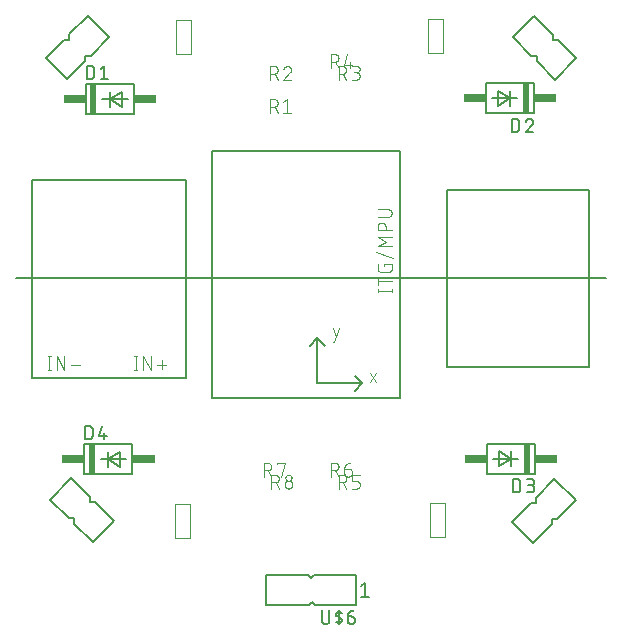
<source format=gto>
G04 EAGLE Gerber X2 export*
%TF.Part,Single*%
%TF.FileFunction,Legend,Top,1*%
%TF.FilePolarity,Positive*%
%TF.GenerationSoftware,Autodesk,EAGLE,9.0.1*%
%TF.CreationDate,2018-06-02T06:43:15Z*%
G75*
%MOMM*%
%FSLAX34Y34*%
%LPD*%
%AMOC8*
5,1,8,0,0,1.08239X$1,22.5*%
G01*
%ADD10C,0.152400*%
%ADD11C,0.127000*%
%ADD12R,0.508000X2.540000*%
%ADD13R,1.905000X0.762000*%
%ADD14C,0.101600*%


D10*
X500Y282000D02*
X500500Y282000D01*
X100520Y420900D02*
X59880Y420900D01*
X100520Y420900D02*
X100520Y446300D01*
X59880Y446300D01*
X59880Y420900D01*
X73850Y433600D02*
X80200Y433600D01*
X90360Y439950D02*
X90360Y427250D01*
X80200Y433600D01*
X95440Y433600D01*
X90360Y439950D02*
X80200Y433600D01*
X80200Y439950D01*
X80200Y433600D02*
X80200Y427250D01*
D11*
X60515Y450745D02*
X60515Y462175D01*
X63690Y462175D01*
X63801Y462173D01*
X63911Y462167D01*
X64022Y462158D01*
X64132Y462144D01*
X64241Y462127D01*
X64350Y462106D01*
X64458Y462081D01*
X64565Y462052D01*
X64671Y462020D01*
X64776Y461984D01*
X64879Y461944D01*
X64981Y461901D01*
X65082Y461854D01*
X65181Y461803D01*
X65278Y461750D01*
X65372Y461693D01*
X65465Y461632D01*
X65556Y461569D01*
X65645Y461502D01*
X65731Y461432D01*
X65814Y461359D01*
X65896Y461284D01*
X65974Y461206D01*
X66049Y461124D01*
X66122Y461041D01*
X66192Y460955D01*
X66259Y460866D01*
X66322Y460775D01*
X66383Y460682D01*
X66440Y460588D01*
X66493Y460491D01*
X66544Y460392D01*
X66591Y460291D01*
X66634Y460189D01*
X66674Y460086D01*
X66710Y459981D01*
X66742Y459875D01*
X66771Y459768D01*
X66796Y459660D01*
X66817Y459551D01*
X66834Y459442D01*
X66848Y459332D01*
X66857Y459221D01*
X66863Y459111D01*
X66865Y459000D01*
X66865Y453920D01*
X66863Y453809D01*
X66857Y453699D01*
X66848Y453588D01*
X66834Y453478D01*
X66817Y453369D01*
X66796Y453260D01*
X66771Y453152D01*
X66742Y453045D01*
X66710Y452939D01*
X66674Y452834D01*
X66634Y452731D01*
X66591Y452629D01*
X66544Y452528D01*
X66493Y452429D01*
X66440Y452332D01*
X66383Y452238D01*
X66322Y452145D01*
X66259Y452054D01*
X66192Y451965D01*
X66122Y451879D01*
X66049Y451796D01*
X65974Y451714D01*
X65896Y451636D01*
X65814Y451561D01*
X65731Y451488D01*
X65645Y451418D01*
X65556Y451351D01*
X65465Y451288D01*
X65372Y451227D01*
X65277Y451170D01*
X65181Y451117D01*
X65082Y451066D01*
X64981Y451019D01*
X64879Y450976D01*
X64776Y450936D01*
X64671Y450900D01*
X64565Y450868D01*
X64458Y450839D01*
X64350Y450814D01*
X64241Y450793D01*
X64132Y450776D01*
X64022Y450762D01*
X63911Y450753D01*
X63801Y450747D01*
X63690Y450745D01*
X60515Y450745D01*
X72326Y459635D02*
X75501Y462175D01*
X75501Y450745D01*
X72326Y450745D02*
X78676Y450745D01*
D12*
X66230Y433600D03*
D13*
X110045Y433600D03*
X50355Y433600D03*
D10*
X398480Y447100D02*
X439120Y447100D01*
X398480Y447100D02*
X398480Y421700D01*
X439120Y421700D01*
X439120Y447100D01*
X425150Y434400D02*
X418800Y434400D01*
X408640Y428050D02*
X408640Y440750D01*
X418800Y434400D01*
X403560Y434400D01*
X408640Y428050D02*
X418800Y434400D01*
X418800Y428050D01*
X418800Y434400D02*
X418800Y440750D01*
D11*
X420324Y417255D02*
X420324Y405825D01*
X420324Y417255D02*
X423499Y417255D01*
X423610Y417253D01*
X423720Y417247D01*
X423831Y417238D01*
X423941Y417224D01*
X424050Y417207D01*
X424159Y417186D01*
X424267Y417161D01*
X424374Y417132D01*
X424480Y417100D01*
X424585Y417064D01*
X424688Y417024D01*
X424790Y416981D01*
X424891Y416934D01*
X424990Y416883D01*
X425087Y416830D01*
X425181Y416773D01*
X425274Y416712D01*
X425365Y416649D01*
X425454Y416582D01*
X425540Y416512D01*
X425623Y416439D01*
X425705Y416364D01*
X425783Y416286D01*
X425858Y416204D01*
X425931Y416121D01*
X426001Y416035D01*
X426068Y415946D01*
X426131Y415855D01*
X426192Y415762D01*
X426249Y415668D01*
X426302Y415571D01*
X426353Y415472D01*
X426400Y415371D01*
X426443Y415269D01*
X426483Y415166D01*
X426519Y415061D01*
X426551Y414955D01*
X426580Y414848D01*
X426605Y414740D01*
X426626Y414631D01*
X426643Y414522D01*
X426657Y414412D01*
X426666Y414301D01*
X426672Y414191D01*
X426674Y414080D01*
X426674Y409000D01*
X426672Y408889D01*
X426666Y408779D01*
X426657Y408668D01*
X426643Y408558D01*
X426626Y408449D01*
X426605Y408340D01*
X426580Y408232D01*
X426551Y408125D01*
X426519Y408019D01*
X426483Y407914D01*
X426443Y407811D01*
X426400Y407709D01*
X426353Y407608D01*
X426302Y407509D01*
X426249Y407412D01*
X426192Y407318D01*
X426131Y407225D01*
X426068Y407134D01*
X426001Y407045D01*
X425931Y406959D01*
X425858Y406876D01*
X425783Y406794D01*
X425705Y406716D01*
X425623Y406641D01*
X425540Y406568D01*
X425454Y406498D01*
X425365Y406431D01*
X425274Y406368D01*
X425181Y406307D01*
X425087Y406250D01*
X424990Y406197D01*
X424891Y406146D01*
X424790Y406099D01*
X424688Y406056D01*
X424585Y406016D01*
X424480Y405980D01*
X424374Y405948D01*
X424267Y405919D01*
X424159Y405894D01*
X424050Y405873D01*
X423941Y405856D01*
X423831Y405842D01*
X423720Y405833D01*
X423610Y405827D01*
X423499Y405825D01*
X420324Y405825D01*
X435628Y417256D02*
X435732Y417254D01*
X435837Y417248D01*
X435941Y417239D01*
X436044Y417226D01*
X436147Y417208D01*
X436249Y417188D01*
X436351Y417163D01*
X436451Y417135D01*
X436551Y417103D01*
X436649Y417067D01*
X436746Y417028D01*
X436841Y416986D01*
X436935Y416940D01*
X437027Y416890D01*
X437117Y416838D01*
X437205Y416782D01*
X437291Y416722D01*
X437375Y416660D01*
X437456Y416595D01*
X437535Y416527D01*
X437612Y416455D01*
X437685Y416382D01*
X437757Y416305D01*
X437825Y416226D01*
X437890Y416145D01*
X437952Y416061D01*
X438012Y415975D01*
X438068Y415887D01*
X438120Y415797D01*
X438170Y415705D01*
X438216Y415611D01*
X438258Y415516D01*
X438297Y415419D01*
X438333Y415321D01*
X438365Y415221D01*
X438393Y415121D01*
X438418Y415019D01*
X438438Y414917D01*
X438456Y414814D01*
X438469Y414711D01*
X438478Y414607D01*
X438484Y414502D01*
X438486Y414398D01*
X435628Y417255D02*
X435510Y417253D01*
X435391Y417247D01*
X435273Y417238D01*
X435156Y417225D01*
X435039Y417207D01*
X434922Y417187D01*
X434806Y417162D01*
X434691Y417134D01*
X434578Y417101D01*
X434465Y417066D01*
X434353Y417026D01*
X434243Y416984D01*
X434134Y416937D01*
X434026Y416887D01*
X433921Y416834D01*
X433817Y416777D01*
X433715Y416717D01*
X433615Y416654D01*
X433517Y416587D01*
X433421Y416518D01*
X433328Y416445D01*
X433237Y416369D01*
X433148Y416291D01*
X433062Y416209D01*
X432979Y416125D01*
X432898Y416039D01*
X432821Y415949D01*
X432746Y415858D01*
X432674Y415764D01*
X432605Y415667D01*
X432540Y415569D01*
X432477Y415468D01*
X432418Y415365D01*
X432362Y415261D01*
X432310Y415155D01*
X432261Y415047D01*
X432216Y414938D01*
X432174Y414827D01*
X432136Y414715D01*
X437533Y412176D02*
X437609Y412251D01*
X437684Y412330D01*
X437755Y412411D01*
X437824Y412495D01*
X437889Y412581D01*
X437951Y412669D01*
X438011Y412759D01*
X438067Y412851D01*
X438120Y412946D01*
X438169Y413042D01*
X438215Y413140D01*
X438258Y413239D01*
X438297Y413340D01*
X438332Y413442D01*
X438364Y413545D01*
X438392Y413649D01*
X438417Y413754D01*
X438438Y413861D01*
X438455Y413967D01*
X438468Y414074D01*
X438477Y414182D01*
X438483Y414290D01*
X438485Y414398D01*
X437533Y412175D02*
X432135Y405825D01*
X438485Y405825D01*
D12*
X432770Y434400D03*
D13*
X388955Y434400D03*
X448645Y434400D03*
D10*
X440120Y142100D02*
X399480Y142100D01*
X399480Y116700D01*
X440120Y116700D01*
X440120Y142100D01*
X426150Y129400D02*
X419800Y129400D01*
X409640Y123050D02*
X409640Y135750D01*
X419800Y129400D01*
X404560Y129400D01*
X409640Y123050D02*
X419800Y129400D01*
X419800Y123050D01*
X419800Y129400D02*
X419800Y135750D01*
D11*
X421324Y112255D02*
X421324Y100825D01*
X421324Y112255D02*
X424499Y112255D01*
X424610Y112253D01*
X424720Y112247D01*
X424831Y112238D01*
X424941Y112224D01*
X425050Y112207D01*
X425159Y112186D01*
X425267Y112161D01*
X425374Y112132D01*
X425480Y112100D01*
X425585Y112064D01*
X425688Y112024D01*
X425790Y111981D01*
X425891Y111934D01*
X425990Y111883D01*
X426087Y111830D01*
X426181Y111773D01*
X426274Y111712D01*
X426365Y111649D01*
X426454Y111582D01*
X426540Y111512D01*
X426623Y111439D01*
X426705Y111364D01*
X426783Y111286D01*
X426858Y111204D01*
X426931Y111121D01*
X427001Y111035D01*
X427068Y110946D01*
X427131Y110855D01*
X427192Y110762D01*
X427249Y110668D01*
X427302Y110571D01*
X427353Y110472D01*
X427400Y110371D01*
X427443Y110269D01*
X427483Y110166D01*
X427519Y110061D01*
X427551Y109955D01*
X427580Y109848D01*
X427605Y109740D01*
X427626Y109631D01*
X427643Y109522D01*
X427657Y109412D01*
X427666Y109301D01*
X427672Y109191D01*
X427674Y109080D01*
X427674Y104000D01*
X427672Y103889D01*
X427666Y103779D01*
X427657Y103668D01*
X427643Y103558D01*
X427626Y103449D01*
X427605Y103340D01*
X427580Y103232D01*
X427551Y103125D01*
X427519Y103019D01*
X427483Y102914D01*
X427443Y102811D01*
X427400Y102709D01*
X427353Y102608D01*
X427302Y102509D01*
X427249Y102412D01*
X427192Y102318D01*
X427131Y102225D01*
X427068Y102134D01*
X427001Y102045D01*
X426931Y101959D01*
X426858Y101876D01*
X426783Y101794D01*
X426705Y101716D01*
X426623Y101641D01*
X426540Y101568D01*
X426454Y101498D01*
X426365Y101431D01*
X426274Y101368D01*
X426181Y101307D01*
X426087Y101250D01*
X425990Y101197D01*
X425891Y101146D01*
X425790Y101099D01*
X425688Y101056D01*
X425585Y101016D01*
X425480Y100980D01*
X425374Y100948D01*
X425267Y100919D01*
X425159Y100894D01*
X425050Y100873D01*
X424941Y100856D01*
X424831Y100842D01*
X424720Y100833D01*
X424610Y100827D01*
X424499Y100825D01*
X421324Y100825D01*
X433135Y100825D02*
X436310Y100825D01*
X436421Y100827D01*
X436531Y100833D01*
X436642Y100842D01*
X436752Y100856D01*
X436861Y100873D01*
X436970Y100894D01*
X437078Y100919D01*
X437185Y100948D01*
X437291Y100980D01*
X437396Y101016D01*
X437499Y101056D01*
X437601Y101099D01*
X437702Y101146D01*
X437801Y101197D01*
X437898Y101250D01*
X437992Y101307D01*
X438085Y101368D01*
X438176Y101431D01*
X438265Y101498D01*
X438351Y101568D01*
X438434Y101641D01*
X438516Y101716D01*
X438594Y101794D01*
X438669Y101876D01*
X438742Y101959D01*
X438812Y102045D01*
X438879Y102134D01*
X438942Y102225D01*
X439003Y102318D01*
X439060Y102412D01*
X439113Y102509D01*
X439164Y102608D01*
X439211Y102709D01*
X439254Y102811D01*
X439294Y102914D01*
X439330Y103019D01*
X439362Y103125D01*
X439391Y103232D01*
X439416Y103340D01*
X439437Y103449D01*
X439454Y103558D01*
X439468Y103668D01*
X439477Y103779D01*
X439483Y103889D01*
X439485Y104000D01*
X439483Y104111D01*
X439477Y104221D01*
X439468Y104332D01*
X439454Y104442D01*
X439437Y104551D01*
X439416Y104660D01*
X439391Y104768D01*
X439362Y104875D01*
X439330Y104981D01*
X439294Y105086D01*
X439254Y105189D01*
X439211Y105291D01*
X439164Y105392D01*
X439113Y105491D01*
X439060Y105587D01*
X439003Y105682D01*
X438942Y105775D01*
X438879Y105866D01*
X438812Y105955D01*
X438742Y106041D01*
X438669Y106124D01*
X438594Y106206D01*
X438516Y106284D01*
X438434Y106359D01*
X438351Y106432D01*
X438265Y106502D01*
X438176Y106569D01*
X438085Y106632D01*
X437992Y106693D01*
X437898Y106750D01*
X437801Y106803D01*
X437702Y106854D01*
X437601Y106901D01*
X437499Y106944D01*
X437396Y106984D01*
X437291Y107020D01*
X437185Y107052D01*
X437078Y107081D01*
X436970Y107106D01*
X436861Y107127D01*
X436752Y107144D01*
X436642Y107158D01*
X436531Y107167D01*
X436421Y107173D01*
X436310Y107175D01*
X436945Y112255D02*
X433135Y112255D01*
X436945Y112255D02*
X437045Y112253D01*
X437144Y112247D01*
X437244Y112237D01*
X437342Y112224D01*
X437441Y112206D01*
X437538Y112185D01*
X437634Y112160D01*
X437730Y112131D01*
X437824Y112098D01*
X437917Y112062D01*
X438008Y112022D01*
X438098Y111978D01*
X438186Y111931D01*
X438272Y111881D01*
X438356Y111827D01*
X438438Y111770D01*
X438517Y111710D01*
X438595Y111646D01*
X438669Y111580D01*
X438741Y111511D01*
X438810Y111439D01*
X438876Y111365D01*
X438940Y111287D01*
X439000Y111208D01*
X439057Y111126D01*
X439111Y111042D01*
X439161Y110956D01*
X439208Y110868D01*
X439252Y110778D01*
X439292Y110687D01*
X439328Y110594D01*
X439361Y110500D01*
X439390Y110404D01*
X439415Y110308D01*
X439436Y110211D01*
X439454Y110112D01*
X439467Y110014D01*
X439477Y109914D01*
X439483Y109815D01*
X439485Y109715D01*
X439483Y109615D01*
X439477Y109516D01*
X439467Y109416D01*
X439454Y109318D01*
X439436Y109219D01*
X439415Y109122D01*
X439390Y109026D01*
X439361Y108930D01*
X439328Y108836D01*
X439292Y108743D01*
X439252Y108652D01*
X439208Y108562D01*
X439161Y108474D01*
X439111Y108388D01*
X439057Y108304D01*
X439000Y108222D01*
X438940Y108143D01*
X438876Y108065D01*
X438810Y107991D01*
X438741Y107919D01*
X438669Y107850D01*
X438595Y107784D01*
X438517Y107720D01*
X438438Y107660D01*
X438356Y107603D01*
X438272Y107549D01*
X438186Y107499D01*
X438098Y107452D01*
X438008Y107408D01*
X437917Y107368D01*
X437824Y107332D01*
X437730Y107299D01*
X437634Y107270D01*
X437538Y107245D01*
X437441Y107224D01*
X437342Y107206D01*
X437244Y107193D01*
X437144Y107183D01*
X437045Y107177D01*
X436945Y107175D01*
X434405Y107175D01*
D12*
X433770Y129400D03*
D13*
X389955Y129400D03*
X449645Y129400D03*
D10*
X99320Y116100D02*
X58680Y116100D01*
X99320Y116100D02*
X99320Y141500D01*
X58680Y141500D01*
X58680Y116100D01*
X72650Y128800D02*
X79000Y128800D01*
X89160Y135150D02*
X89160Y122450D01*
X79000Y128800D01*
X94240Y128800D01*
X89160Y135150D02*
X79000Y128800D01*
X79000Y135150D01*
X79000Y128800D02*
X79000Y122450D01*
D11*
X59315Y145945D02*
X59315Y157375D01*
X62490Y157375D01*
X62601Y157373D01*
X62711Y157367D01*
X62822Y157358D01*
X62932Y157344D01*
X63041Y157327D01*
X63150Y157306D01*
X63258Y157281D01*
X63365Y157252D01*
X63471Y157220D01*
X63576Y157184D01*
X63679Y157144D01*
X63781Y157101D01*
X63882Y157054D01*
X63981Y157003D01*
X64078Y156950D01*
X64172Y156893D01*
X64265Y156832D01*
X64356Y156769D01*
X64445Y156702D01*
X64531Y156632D01*
X64614Y156559D01*
X64696Y156484D01*
X64774Y156406D01*
X64849Y156324D01*
X64922Y156241D01*
X64992Y156155D01*
X65059Y156066D01*
X65122Y155975D01*
X65183Y155882D01*
X65240Y155788D01*
X65293Y155691D01*
X65344Y155592D01*
X65391Y155491D01*
X65434Y155389D01*
X65474Y155286D01*
X65510Y155181D01*
X65542Y155075D01*
X65571Y154968D01*
X65596Y154860D01*
X65617Y154751D01*
X65634Y154642D01*
X65648Y154532D01*
X65657Y154421D01*
X65663Y154311D01*
X65665Y154200D01*
X65665Y149120D01*
X65663Y149009D01*
X65657Y148899D01*
X65648Y148788D01*
X65634Y148678D01*
X65617Y148569D01*
X65596Y148460D01*
X65571Y148352D01*
X65542Y148245D01*
X65510Y148139D01*
X65474Y148034D01*
X65434Y147931D01*
X65391Y147829D01*
X65344Y147728D01*
X65293Y147629D01*
X65240Y147532D01*
X65183Y147438D01*
X65122Y147345D01*
X65059Y147254D01*
X64992Y147165D01*
X64922Y147079D01*
X64849Y146996D01*
X64774Y146914D01*
X64696Y146836D01*
X64614Y146761D01*
X64531Y146688D01*
X64445Y146618D01*
X64356Y146551D01*
X64265Y146488D01*
X64172Y146427D01*
X64077Y146370D01*
X63981Y146317D01*
X63882Y146266D01*
X63781Y146219D01*
X63679Y146176D01*
X63576Y146136D01*
X63471Y146100D01*
X63365Y146068D01*
X63258Y146039D01*
X63150Y146014D01*
X63041Y145993D01*
X62932Y145976D01*
X62822Y145962D01*
X62711Y145953D01*
X62601Y145947D01*
X62490Y145945D01*
X59315Y145945D01*
X71126Y148485D02*
X73666Y157375D01*
X71126Y148485D02*
X77476Y148485D01*
X75571Y151025D02*
X75571Y145945D01*
D12*
X65030Y128800D03*
D13*
X108845Y128800D03*
X49155Y128800D03*
D11*
X457272Y450327D02*
X475232Y468288D01*
X457272Y450327D02*
X441556Y466043D01*
X441556Y470533D01*
X437066Y470533D01*
X421351Y486248D01*
X439311Y504209D01*
X455027Y488493D01*
X455027Y484003D01*
X459517Y484003D01*
X475232Y468288D01*
D14*
X364100Y91700D02*
X351100Y91700D01*
X364100Y91700D02*
X364100Y62700D01*
X351100Y62700D01*
X351100Y91700D01*
D11*
X47632Y112637D02*
X29672Y94677D01*
X47632Y112637D02*
X63348Y96922D01*
X63348Y92432D01*
X67838Y92432D01*
X83553Y76716D01*
X65593Y58756D01*
X49877Y74471D01*
X49877Y78961D01*
X45387Y78961D01*
X29672Y94677D01*
X43752Y450546D02*
X25792Y468506D01*
X41507Y484222D01*
X45997Y484222D01*
X45997Y488712D01*
X61713Y504427D01*
X79673Y486467D01*
X63958Y470751D01*
X59468Y470751D01*
X59468Y466261D01*
X43752Y450546D01*
D14*
X135400Y62200D02*
X148400Y62200D01*
X135400Y62200D02*
X135400Y91200D01*
X148400Y91200D01*
X148400Y62200D01*
X148900Y471900D02*
X135900Y471900D01*
X135900Y500900D01*
X148900Y500900D01*
X148900Y471900D01*
X349600Y501900D02*
X362600Y501900D01*
X362600Y472900D01*
X349600Y472900D01*
X349600Y501900D01*
D11*
X456642Y112051D02*
X474602Y94090D01*
X458887Y78375D01*
X454397Y78375D01*
X454397Y73885D01*
X438681Y58169D01*
X420721Y76130D01*
X436436Y91845D01*
X440926Y91845D01*
X440926Y96335D01*
X456642Y112051D01*
X325650Y390250D02*
X166900Y390250D01*
X325650Y390250D02*
X325650Y180700D01*
X166900Y180700D01*
X166900Y390250D01*
X255800Y193400D02*
X293900Y193400D01*
X287550Y199750D01*
X293900Y193400D02*
X287550Y187050D01*
X255800Y193400D02*
X255800Y231500D01*
X262150Y225150D01*
X255800Y231500D02*
X249450Y225150D01*
D14*
X300758Y193908D02*
X305951Y201697D01*
X300758Y201697D02*
X305951Y193908D01*
X270306Y228113D02*
X269008Y228113D01*
X270306Y228113D02*
X274201Y239797D01*
X269008Y239797D02*
X271604Y232008D01*
X307108Y271406D02*
X318792Y271406D01*
X318792Y270108D02*
X318792Y272704D01*
X307108Y272704D02*
X307108Y270108D01*
X307108Y279788D02*
X318792Y279788D01*
X307108Y276543D02*
X307108Y283034D01*
X312301Y292135D02*
X312301Y294083D01*
X318792Y294083D01*
X318792Y290188D01*
X318790Y290089D01*
X318784Y289989D01*
X318775Y289890D01*
X318762Y289792D01*
X318745Y289694D01*
X318724Y289596D01*
X318699Y289500D01*
X318671Y289405D01*
X318639Y289311D01*
X318604Y289218D01*
X318565Y289126D01*
X318522Y289036D01*
X318477Y288948D01*
X318427Y288861D01*
X318375Y288777D01*
X318319Y288694D01*
X318261Y288614D01*
X318199Y288536D01*
X318134Y288461D01*
X318066Y288388D01*
X317996Y288318D01*
X317923Y288250D01*
X317848Y288185D01*
X317770Y288123D01*
X317690Y288065D01*
X317607Y288009D01*
X317523Y287957D01*
X317436Y287907D01*
X317348Y287862D01*
X317258Y287819D01*
X317166Y287780D01*
X317073Y287745D01*
X316979Y287713D01*
X316884Y287685D01*
X316788Y287660D01*
X316690Y287639D01*
X316592Y287622D01*
X316494Y287609D01*
X316395Y287600D01*
X316295Y287594D01*
X316196Y287592D01*
X309704Y287592D01*
X309704Y287591D02*
X309605Y287593D01*
X309505Y287599D01*
X309406Y287608D01*
X309308Y287621D01*
X309210Y287639D01*
X309112Y287659D01*
X309016Y287684D01*
X308920Y287712D01*
X308826Y287744D01*
X308733Y287779D01*
X308642Y287818D01*
X308552Y287861D01*
X308463Y287906D01*
X308377Y287956D01*
X308292Y288008D01*
X308210Y288064D01*
X308130Y288123D01*
X308052Y288184D01*
X307976Y288249D01*
X307903Y288317D01*
X307833Y288387D01*
X307765Y288460D01*
X307700Y288536D01*
X307639Y288614D01*
X307580Y288694D01*
X307524Y288776D01*
X307472Y288861D01*
X307423Y288947D01*
X307377Y289036D01*
X307334Y289126D01*
X307295Y289217D01*
X307260Y289310D01*
X307228Y289404D01*
X307200Y289500D01*
X307175Y289596D01*
X307155Y289694D01*
X307137Y289792D01*
X307124Y289890D01*
X307115Y289989D01*
X307109Y290088D01*
X307107Y290188D01*
X307108Y290188D02*
X307108Y294083D01*
X305810Y304102D02*
X320090Y298909D01*
X318792Y309041D02*
X307108Y309041D01*
X313599Y312935D01*
X307108Y316830D01*
X318792Y316830D01*
X318792Y322813D02*
X307108Y322813D01*
X307108Y326058D01*
X307110Y326171D01*
X307116Y326284D01*
X307126Y326397D01*
X307140Y326510D01*
X307157Y326622D01*
X307179Y326733D01*
X307204Y326843D01*
X307234Y326953D01*
X307267Y327061D01*
X307304Y327168D01*
X307344Y327274D01*
X307389Y327378D01*
X307437Y327481D01*
X307488Y327582D01*
X307543Y327681D01*
X307601Y327778D01*
X307663Y327873D01*
X307728Y327966D01*
X307796Y328056D01*
X307867Y328144D01*
X307942Y328230D01*
X308019Y328313D01*
X308099Y328393D01*
X308182Y328470D01*
X308268Y328545D01*
X308356Y328616D01*
X308446Y328684D01*
X308539Y328749D01*
X308634Y328811D01*
X308731Y328869D01*
X308830Y328924D01*
X308931Y328975D01*
X309034Y329023D01*
X309138Y329068D01*
X309244Y329108D01*
X309351Y329145D01*
X309459Y329178D01*
X309569Y329208D01*
X309679Y329233D01*
X309790Y329255D01*
X309902Y329272D01*
X310015Y329286D01*
X310128Y329296D01*
X310241Y329302D01*
X310354Y329304D01*
X310467Y329302D01*
X310580Y329296D01*
X310693Y329286D01*
X310806Y329272D01*
X310918Y329255D01*
X311029Y329233D01*
X311139Y329208D01*
X311249Y329178D01*
X311357Y329145D01*
X311464Y329108D01*
X311570Y329068D01*
X311674Y329023D01*
X311777Y328975D01*
X311878Y328924D01*
X311977Y328869D01*
X312074Y328811D01*
X312169Y328749D01*
X312262Y328684D01*
X312352Y328616D01*
X312440Y328545D01*
X312526Y328470D01*
X312609Y328393D01*
X312689Y328313D01*
X312766Y328230D01*
X312841Y328144D01*
X312912Y328056D01*
X312980Y327966D01*
X313045Y327873D01*
X313107Y327778D01*
X313165Y327681D01*
X313220Y327582D01*
X313271Y327481D01*
X313319Y327378D01*
X313364Y327274D01*
X313404Y327168D01*
X313441Y327061D01*
X313474Y326953D01*
X313504Y326843D01*
X313529Y326733D01*
X313551Y326622D01*
X313568Y326510D01*
X313582Y326397D01*
X313592Y326284D01*
X313598Y326171D01*
X313600Y326058D01*
X313599Y326058D02*
X313599Y322813D01*
X315546Y334074D02*
X307108Y334074D01*
X315546Y334073D02*
X315659Y334075D01*
X315772Y334081D01*
X315885Y334091D01*
X315998Y334105D01*
X316110Y334122D01*
X316221Y334144D01*
X316331Y334169D01*
X316441Y334199D01*
X316549Y334232D01*
X316656Y334269D01*
X316762Y334309D01*
X316866Y334354D01*
X316969Y334402D01*
X317070Y334453D01*
X317169Y334508D01*
X317266Y334566D01*
X317361Y334628D01*
X317454Y334693D01*
X317544Y334761D01*
X317632Y334832D01*
X317718Y334907D01*
X317801Y334984D01*
X317881Y335064D01*
X317958Y335147D01*
X318033Y335233D01*
X318104Y335321D01*
X318172Y335411D01*
X318237Y335504D01*
X318299Y335599D01*
X318357Y335696D01*
X318412Y335795D01*
X318463Y335896D01*
X318511Y335999D01*
X318556Y336103D01*
X318596Y336209D01*
X318633Y336316D01*
X318666Y336424D01*
X318696Y336534D01*
X318721Y336644D01*
X318743Y336755D01*
X318760Y336867D01*
X318774Y336980D01*
X318784Y337093D01*
X318790Y337206D01*
X318792Y337319D01*
X318790Y337432D01*
X318784Y337545D01*
X318774Y337658D01*
X318760Y337771D01*
X318743Y337883D01*
X318721Y337994D01*
X318696Y338104D01*
X318666Y338214D01*
X318633Y338322D01*
X318596Y338429D01*
X318556Y338535D01*
X318511Y338639D01*
X318463Y338742D01*
X318412Y338843D01*
X318357Y338942D01*
X318299Y339039D01*
X318237Y339134D01*
X318172Y339227D01*
X318104Y339317D01*
X318033Y339405D01*
X317958Y339491D01*
X317881Y339574D01*
X317801Y339654D01*
X317718Y339731D01*
X317632Y339806D01*
X317544Y339877D01*
X317454Y339945D01*
X317361Y340010D01*
X317266Y340072D01*
X317169Y340130D01*
X317070Y340185D01*
X316969Y340236D01*
X316866Y340284D01*
X316762Y340329D01*
X316656Y340369D01*
X316549Y340406D01*
X316441Y340439D01*
X316331Y340469D01*
X316221Y340494D01*
X316110Y340516D01*
X315998Y340533D01*
X315885Y340547D01*
X315772Y340557D01*
X315659Y340563D01*
X315546Y340565D01*
X307108Y340565D01*
X215845Y422108D02*
X215845Y433792D01*
X219090Y433792D01*
X219203Y433790D01*
X219316Y433784D01*
X219429Y433774D01*
X219542Y433760D01*
X219654Y433743D01*
X219765Y433721D01*
X219875Y433696D01*
X219985Y433666D01*
X220093Y433633D01*
X220200Y433596D01*
X220306Y433556D01*
X220410Y433511D01*
X220513Y433463D01*
X220614Y433412D01*
X220713Y433357D01*
X220810Y433299D01*
X220905Y433237D01*
X220998Y433172D01*
X221088Y433104D01*
X221176Y433033D01*
X221262Y432958D01*
X221345Y432881D01*
X221425Y432801D01*
X221502Y432718D01*
X221577Y432632D01*
X221648Y432544D01*
X221716Y432454D01*
X221781Y432361D01*
X221843Y432266D01*
X221901Y432169D01*
X221956Y432070D01*
X222007Y431969D01*
X222055Y431866D01*
X222100Y431762D01*
X222140Y431656D01*
X222177Y431549D01*
X222210Y431441D01*
X222240Y431331D01*
X222265Y431221D01*
X222287Y431110D01*
X222304Y430998D01*
X222318Y430885D01*
X222328Y430772D01*
X222334Y430659D01*
X222336Y430546D01*
X222334Y430433D01*
X222328Y430320D01*
X222318Y430207D01*
X222304Y430094D01*
X222287Y429982D01*
X222265Y429871D01*
X222240Y429761D01*
X222210Y429651D01*
X222177Y429543D01*
X222140Y429436D01*
X222100Y429330D01*
X222055Y429226D01*
X222007Y429123D01*
X221956Y429022D01*
X221901Y428923D01*
X221843Y428826D01*
X221781Y428731D01*
X221716Y428638D01*
X221648Y428548D01*
X221577Y428460D01*
X221502Y428374D01*
X221425Y428291D01*
X221345Y428211D01*
X221262Y428134D01*
X221176Y428059D01*
X221088Y427988D01*
X220998Y427920D01*
X220905Y427855D01*
X220810Y427793D01*
X220713Y427735D01*
X220614Y427680D01*
X220513Y427629D01*
X220410Y427581D01*
X220306Y427536D01*
X220200Y427496D01*
X220093Y427459D01*
X219985Y427426D01*
X219875Y427396D01*
X219765Y427371D01*
X219654Y427349D01*
X219542Y427332D01*
X219429Y427318D01*
X219316Y427308D01*
X219203Y427302D01*
X219090Y427300D01*
X219090Y427301D02*
X215845Y427301D01*
X219739Y427301D02*
X222336Y422108D01*
X227201Y431196D02*
X230446Y433792D01*
X230446Y422108D01*
X227201Y422108D02*
X233692Y422108D01*
X215845Y450108D02*
X215845Y461792D01*
X219090Y461792D01*
X219203Y461790D01*
X219316Y461784D01*
X219429Y461774D01*
X219542Y461760D01*
X219654Y461743D01*
X219765Y461721D01*
X219875Y461696D01*
X219985Y461666D01*
X220093Y461633D01*
X220200Y461596D01*
X220306Y461556D01*
X220410Y461511D01*
X220513Y461463D01*
X220614Y461412D01*
X220713Y461357D01*
X220810Y461299D01*
X220905Y461237D01*
X220998Y461172D01*
X221088Y461104D01*
X221176Y461033D01*
X221262Y460958D01*
X221345Y460881D01*
X221425Y460801D01*
X221502Y460718D01*
X221577Y460632D01*
X221648Y460544D01*
X221716Y460454D01*
X221781Y460361D01*
X221843Y460266D01*
X221901Y460169D01*
X221956Y460070D01*
X222007Y459969D01*
X222055Y459866D01*
X222100Y459762D01*
X222140Y459656D01*
X222177Y459549D01*
X222210Y459441D01*
X222240Y459331D01*
X222265Y459221D01*
X222287Y459110D01*
X222304Y458998D01*
X222318Y458885D01*
X222328Y458772D01*
X222334Y458659D01*
X222336Y458546D01*
X222334Y458433D01*
X222328Y458320D01*
X222318Y458207D01*
X222304Y458094D01*
X222287Y457982D01*
X222265Y457871D01*
X222240Y457761D01*
X222210Y457651D01*
X222177Y457543D01*
X222140Y457436D01*
X222100Y457330D01*
X222055Y457226D01*
X222007Y457123D01*
X221956Y457022D01*
X221901Y456923D01*
X221843Y456826D01*
X221781Y456731D01*
X221716Y456638D01*
X221648Y456548D01*
X221577Y456460D01*
X221502Y456374D01*
X221425Y456291D01*
X221345Y456211D01*
X221262Y456134D01*
X221176Y456059D01*
X221088Y455988D01*
X220998Y455920D01*
X220905Y455855D01*
X220810Y455793D01*
X220713Y455735D01*
X220614Y455680D01*
X220513Y455629D01*
X220410Y455581D01*
X220306Y455536D01*
X220200Y455496D01*
X220093Y455459D01*
X219985Y455426D01*
X219875Y455396D01*
X219765Y455371D01*
X219654Y455349D01*
X219542Y455332D01*
X219429Y455318D01*
X219316Y455308D01*
X219203Y455302D01*
X219090Y455300D01*
X219090Y455301D02*
X215845Y455301D01*
X219739Y455301D02*
X222336Y450108D01*
X233692Y458871D02*
X233690Y458978D01*
X233684Y459084D01*
X233674Y459190D01*
X233661Y459296D01*
X233643Y459402D01*
X233622Y459506D01*
X233597Y459610D01*
X233568Y459713D01*
X233536Y459814D01*
X233499Y459914D01*
X233459Y460013D01*
X233416Y460111D01*
X233369Y460207D01*
X233318Y460301D01*
X233264Y460393D01*
X233207Y460483D01*
X233147Y460571D01*
X233083Y460656D01*
X233016Y460739D01*
X232946Y460820D01*
X232874Y460898D01*
X232798Y460974D01*
X232720Y461046D01*
X232639Y461116D01*
X232556Y461183D01*
X232471Y461247D01*
X232383Y461307D01*
X232293Y461364D01*
X232201Y461418D01*
X232107Y461469D01*
X232011Y461516D01*
X231913Y461559D01*
X231814Y461599D01*
X231714Y461636D01*
X231613Y461668D01*
X231510Y461697D01*
X231406Y461722D01*
X231302Y461743D01*
X231196Y461761D01*
X231090Y461774D01*
X230984Y461784D01*
X230878Y461790D01*
X230771Y461792D01*
X230650Y461790D01*
X230529Y461784D01*
X230409Y461774D01*
X230288Y461761D01*
X230169Y461743D01*
X230049Y461722D01*
X229931Y461697D01*
X229814Y461668D01*
X229697Y461635D01*
X229582Y461599D01*
X229468Y461558D01*
X229355Y461515D01*
X229243Y461467D01*
X229134Y461416D01*
X229026Y461361D01*
X228919Y461303D01*
X228815Y461242D01*
X228713Y461177D01*
X228613Y461109D01*
X228515Y461038D01*
X228419Y460964D01*
X228326Y460887D01*
X228236Y460806D01*
X228148Y460723D01*
X228063Y460637D01*
X227980Y460548D01*
X227901Y460457D01*
X227824Y460363D01*
X227751Y460267D01*
X227681Y460169D01*
X227614Y460068D01*
X227550Y459965D01*
X227490Y459860D01*
X227433Y459753D01*
X227379Y459645D01*
X227329Y459535D01*
X227283Y459423D01*
X227240Y459310D01*
X227201Y459195D01*
X232719Y456599D02*
X232798Y456676D01*
X232874Y456757D01*
X232947Y456840D01*
X233017Y456925D01*
X233084Y457013D01*
X233148Y457103D01*
X233208Y457195D01*
X233265Y457290D01*
X233319Y457386D01*
X233370Y457484D01*
X233417Y457584D01*
X233461Y457686D01*
X233501Y457789D01*
X233537Y457893D01*
X233569Y457999D01*
X233598Y458105D01*
X233623Y458213D01*
X233645Y458321D01*
X233662Y458431D01*
X233676Y458540D01*
X233685Y458650D01*
X233691Y458761D01*
X233693Y458871D01*
X232718Y456599D02*
X227201Y450108D01*
X233692Y450108D01*
X273845Y450108D02*
X273845Y461792D01*
X277090Y461792D01*
X277203Y461790D01*
X277316Y461784D01*
X277429Y461774D01*
X277542Y461760D01*
X277654Y461743D01*
X277765Y461721D01*
X277875Y461696D01*
X277985Y461666D01*
X278093Y461633D01*
X278200Y461596D01*
X278306Y461556D01*
X278410Y461511D01*
X278513Y461463D01*
X278614Y461412D01*
X278713Y461357D01*
X278810Y461299D01*
X278905Y461237D01*
X278998Y461172D01*
X279088Y461104D01*
X279176Y461033D01*
X279262Y460958D01*
X279345Y460881D01*
X279425Y460801D01*
X279502Y460718D01*
X279577Y460632D01*
X279648Y460544D01*
X279716Y460454D01*
X279781Y460361D01*
X279843Y460266D01*
X279901Y460169D01*
X279956Y460070D01*
X280007Y459969D01*
X280055Y459866D01*
X280100Y459762D01*
X280140Y459656D01*
X280177Y459549D01*
X280210Y459441D01*
X280240Y459331D01*
X280265Y459221D01*
X280287Y459110D01*
X280304Y458998D01*
X280318Y458885D01*
X280328Y458772D01*
X280334Y458659D01*
X280336Y458546D01*
X280334Y458433D01*
X280328Y458320D01*
X280318Y458207D01*
X280304Y458094D01*
X280287Y457982D01*
X280265Y457871D01*
X280240Y457761D01*
X280210Y457651D01*
X280177Y457543D01*
X280140Y457436D01*
X280100Y457330D01*
X280055Y457226D01*
X280007Y457123D01*
X279956Y457022D01*
X279901Y456923D01*
X279843Y456826D01*
X279781Y456731D01*
X279716Y456638D01*
X279648Y456548D01*
X279577Y456460D01*
X279502Y456374D01*
X279425Y456291D01*
X279345Y456211D01*
X279262Y456134D01*
X279176Y456059D01*
X279088Y455988D01*
X278998Y455920D01*
X278905Y455855D01*
X278810Y455793D01*
X278713Y455735D01*
X278614Y455680D01*
X278513Y455629D01*
X278410Y455581D01*
X278306Y455536D01*
X278200Y455496D01*
X278093Y455459D01*
X277985Y455426D01*
X277875Y455396D01*
X277765Y455371D01*
X277654Y455349D01*
X277542Y455332D01*
X277429Y455318D01*
X277316Y455308D01*
X277203Y455302D01*
X277090Y455300D01*
X277090Y455301D02*
X273845Y455301D01*
X277739Y455301D02*
X280336Y450108D01*
X285201Y450108D02*
X288446Y450108D01*
X288559Y450110D01*
X288672Y450116D01*
X288785Y450126D01*
X288898Y450140D01*
X289010Y450157D01*
X289121Y450179D01*
X289231Y450204D01*
X289341Y450234D01*
X289449Y450267D01*
X289556Y450304D01*
X289662Y450344D01*
X289766Y450389D01*
X289869Y450437D01*
X289970Y450488D01*
X290069Y450543D01*
X290166Y450601D01*
X290261Y450663D01*
X290354Y450728D01*
X290444Y450796D01*
X290532Y450867D01*
X290618Y450942D01*
X290701Y451019D01*
X290781Y451099D01*
X290858Y451182D01*
X290933Y451268D01*
X291004Y451356D01*
X291072Y451446D01*
X291137Y451539D01*
X291199Y451634D01*
X291257Y451731D01*
X291312Y451830D01*
X291363Y451931D01*
X291411Y452034D01*
X291456Y452138D01*
X291496Y452244D01*
X291533Y452351D01*
X291566Y452459D01*
X291596Y452569D01*
X291621Y452679D01*
X291643Y452790D01*
X291660Y452902D01*
X291674Y453015D01*
X291684Y453128D01*
X291690Y453241D01*
X291692Y453354D01*
X291690Y453467D01*
X291684Y453580D01*
X291674Y453693D01*
X291660Y453806D01*
X291643Y453918D01*
X291621Y454029D01*
X291596Y454139D01*
X291566Y454249D01*
X291533Y454357D01*
X291496Y454464D01*
X291456Y454570D01*
X291411Y454674D01*
X291363Y454777D01*
X291312Y454878D01*
X291257Y454977D01*
X291199Y455074D01*
X291137Y455169D01*
X291072Y455262D01*
X291004Y455352D01*
X290933Y455440D01*
X290858Y455526D01*
X290781Y455609D01*
X290701Y455689D01*
X290618Y455766D01*
X290532Y455841D01*
X290444Y455912D01*
X290354Y455980D01*
X290261Y456045D01*
X290166Y456107D01*
X290069Y456165D01*
X289970Y456220D01*
X289869Y456271D01*
X289766Y456319D01*
X289662Y456364D01*
X289556Y456404D01*
X289449Y456441D01*
X289341Y456474D01*
X289231Y456504D01*
X289121Y456529D01*
X289010Y456551D01*
X288898Y456568D01*
X288785Y456582D01*
X288672Y456592D01*
X288559Y456598D01*
X288446Y456600D01*
X289096Y461792D02*
X285201Y461792D01*
X289096Y461792D02*
X289197Y461790D01*
X289297Y461784D01*
X289397Y461774D01*
X289497Y461761D01*
X289596Y461743D01*
X289695Y461722D01*
X289792Y461697D01*
X289889Y461668D01*
X289984Y461635D01*
X290078Y461599D01*
X290170Y461559D01*
X290261Y461516D01*
X290350Y461469D01*
X290437Y461419D01*
X290523Y461365D01*
X290606Y461308D01*
X290686Y461248D01*
X290765Y461185D01*
X290841Y461118D01*
X290914Y461049D01*
X290984Y460977D01*
X291052Y460903D01*
X291117Y460826D01*
X291178Y460746D01*
X291237Y460664D01*
X291292Y460580D01*
X291344Y460494D01*
X291393Y460406D01*
X291438Y460316D01*
X291480Y460224D01*
X291518Y460131D01*
X291552Y460036D01*
X291583Y459941D01*
X291610Y459844D01*
X291633Y459746D01*
X291653Y459647D01*
X291668Y459547D01*
X291680Y459447D01*
X291688Y459347D01*
X291692Y459246D01*
X291692Y459146D01*
X291688Y459045D01*
X291680Y458945D01*
X291668Y458845D01*
X291653Y458745D01*
X291633Y458646D01*
X291610Y458548D01*
X291583Y458451D01*
X291552Y458356D01*
X291518Y458261D01*
X291480Y458168D01*
X291438Y458076D01*
X291393Y457986D01*
X291344Y457898D01*
X291292Y457812D01*
X291237Y457728D01*
X291178Y457646D01*
X291117Y457566D01*
X291052Y457489D01*
X290984Y457415D01*
X290914Y457343D01*
X290841Y457274D01*
X290765Y457207D01*
X290686Y457144D01*
X290606Y457084D01*
X290523Y457027D01*
X290437Y456973D01*
X290350Y456923D01*
X290261Y456876D01*
X290170Y456833D01*
X290078Y456793D01*
X289984Y456757D01*
X289889Y456724D01*
X289792Y456695D01*
X289695Y456670D01*
X289596Y456649D01*
X289497Y456631D01*
X289397Y456618D01*
X289297Y456608D01*
X289197Y456602D01*
X289096Y456600D01*
X289096Y456599D02*
X286499Y456599D01*
X267308Y460208D02*
X267308Y471892D01*
X270554Y471892D01*
X270667Y471890D01*
X270780Y471884D01*
X270893Y471874D01*
X271006Y471860D01*
X271118Y471843D01*
X271229Y471821D01*
X271339Y471796D01*
X271449Y471766D01*
X271557Y471733D01*
X271664Y471696D01*
X271770Y471656D01*
X271874Y471611D01*
X271977Y471563D01*
X272078Y471512D01*
X272177Y471457D01*
X272274Y471399D01*
X272369Y471337D01*
X272462Y471272D01*
X272552Y471204D01*
X272640Y471133D01*
X272726Y471058D01*
X272809Y470981D01*
X272889Y470901D01*
X272966Y470818D01*
X273041Y470732D01*
X273112Y470644D01*
X273180Y470554D01*
X273245Y470461D01*
X273307Y470366D01*
X273365Y470269D01*
X273420Y470170D01*
X273471Y470069D01*
X273519Y469966D01*
X273564Y469862D01*
X273604Y469756D01*
X273641Y469649D01*
X273674Y469541D01*
X273704Y469431D01*
X273729Y469321D01*
X273751Y469210D01*
X273768Y469098D01*
X273782Y468985D01*
X273792Y468872D01*
X273798Y468759D01*
X273800Y468646D01*
X273798Y468533D01*
X273792Y468420D01*
X273782Y468307D01*
X273768Y468194D01*
X273751Y468082D01*
X273729Y467971D01*
X273704Y467861D01*
X273674Y467751D01*
X273641Y467643D01*
X273604Y467536D01*
X273564Y467430D01*
X273519Y467326D01*
X273471Y467223D01*
X273420Y467122D01*
X273365Y467023D01*
X273307Y466926D01*
X273245Y466831D01*
X273180Y466738D01*
X273112Y466648D01*
X273041Y466560D01*
X272966Y466474D01*
X272889Y466391D01*
X272809Y466311D01*
X272726Y466234D01*
X272640Y466159D01*
X272552Y466088D01*
X272462Y466020D01*
X272369Y465955D01*
X272274Y465893D01*
X272177Y465835D01*
X272078Y465780D01*
X271977Y465729D01*
X271874Y465681D01*
X271770Y465636D01*
X271664Y465596D01*
X271557Y465559D01*
X271449Y465526D01*
X271339Y465496D01*
X271229Y465471D01*
X271118Y465449D01*
X271006Y465432D01*
X270893Y465418D01*
X270780Y465408D01*
X270667Y465402D01*
X270554Y465400D01*
X270554Y465401D02*
X267308Y465401D01*
X271203Y465401D02*
X273799Y460208D01*
X278664Y462804D02*
X281261Y471892D01*
X278664Y462804D02*
X285155Y462804D01*
X283208Y465401D02*
X283208Y460208D01*
X273845Y115792D02*
X273845Y104108D01*
X273845Y115792D02*
X277090Y115792D01*
X277203Y115790D01*
X277316Y115784D01*
X277429Y115774D01*
X277542Y115760D01*
X277654Y115743D01*
X277765Y115721D01*
X277875Y115696D01*
X277985Y115666D01*
X278093Y115633D01*
X278200Y115596D01*
X278306Y115556D01*
X278410Y115511D01*
X278513Y115463D01*
X278614Y115412D01*
X278713Y115357D01*
X278810Y115299D01*
X278905Y115237D01*
X278998Y115172D01*
X279088Y115104D01*
X279176Y115033D01*
X279262Y114958D01*
X279345Y114881D01*
X279425Y114801D01*
X279502Y114718D01*
X279577Y114632D01*
X279648Y114544D01*
X279716Y114454D01*
X279781Y114361D01*
X279843Y114266D01*
X279901Y114169D01*
X279956Y114070D01*
X280007Y113969D01*
X280055Y113866D01*
X280100Y113762D01*
X280140Y113656D01*
X280177Y113549D01*
X280210Y113441D01*
X280240Y113331D01*
X280265Y113221D01*
X280287Y113110D01*
X280304Y112998D01*
X280318Y112885D01*
X280328Y112772D01*
X280334Y112659D01*
X280336Y112546D01*
X280334Y112433D01*
X280328Y112320D01*
X280318Y112207D01*
X280304Y112094D01*
X280287Y111982D01*
X280265Y111871D01*
X280240Y111761D01*
X280210Y111651D01*
X280177Y111543D01*
X280140Y111436D01*
X280100Y111330D01*
X280055Y111226D01*
X280007Y111123D01*
X279956Y111022D01*
X279901Y110923D01*
X279843Y110826D01*
X279781Y110731D01*
X279716Y110638D01*
X279648Y110548D01*
X279577Y110460D01*
X279502Y110374D01*
X279425Y110291D01*
X279345Y110211D01*
X279262Y110134D01*
X279176Y110059D01*
X279088Y109988D01*
X278998Y109920D01*
X278905Y109855D01*
X278810Y109793D01*
X278713Y109735D01*
X278614Y109680D01*
X278513Y109629D01*
X278410Y109581D01*
X278306Y109536D01*
X278200Y109496D01*
X278093Y109459D01*
X277985Y109426D01*
X277875Y109396D01*
X277765Y109371D01*
X277654Y109349D01*
X277542Y109332D01*
X277429Y109318D01*
X277316Y109308D01*
X277203Y109302D01*
X277090Y109300D01*
X277090Y109301D02*
X273845Y109301D01*
X277739Y109301D02*
X280336Y104108D01*
X285201Y104108D02*
X289096Y104108D01*
X289195Y104110D01*
X289295Y104116D01*
X289394Y104125D01*
X289492Y104138D01*
X289590Y104155D01*
X289688Y104176D01*
X289784Y104201D01*
X289879Y104229D01*
X289973Y104261D01*
X290066Y104296D01*
X290158Y104335D01*
X290248Y104378D01*
X290336Y104423D01*
X290423Y104473D01*
X290507Y104525D01*
X290590Y104581D01*
X290670Y104639D01*
X290748Y104701D01*
X290823Y104766D01*
X290896Y104834D01*
X290966Y104904D01*
X291034Y104977D01*
X291099Y105052D01*
X291161Y105130D01*
X291219Y105210D01*
X291275Y105293D01*
X291327Y105377D01*
X291377Y105464D01*
X291422Y105552D01*
X291465Y105642D01*
X291504Y105734D01*
X291539Y105827D01*
X291571Y105921D01*
X291599Y106016D01*
X291624Y106112D01*
X291645Y106210D01*
X291662Y106308D01*
X291675Y106406D01*
X291684Y106505D01*
X291690Y106605D01*
X291692Y106704D01*
X291692Y108003D01*
X291690Y108102D01*
X291684Y108202D01*
X291675Y108301D01*
X291662Y108399D01*
X291645Y108497D01*
X291624Y108595D01*
X291599Y108691D01*
X291571Y108786D01*
X291539Y108880D01*
X291504Y108973D01*
X291465Y109065D01*
X291422Y109155D01*
X291377Y109243D01*
X291327Y109330D01*
X291275Y109414D01*
X291219Y109497D01*
X291161Y109577D01*
X291099Y109655D01*
X291034Y109730D01*
X290966Y109803D01*
X290896Y109873D01*
X290823Y109941D01*
X290748Y110006D01*
X290670Y110068D01*
X290590Y110126D01*
X290507Y110182D01*
X290423Y110234D01*
X290336Y110284D01*
X290248Y110329D01*
X290158Y110372D01*
X290066Y110411D01*
X289973Y110446D01*
X289879Y110478D01*
X289784Y110506D01*
X289688Y110531D01*
X289590Y110552D01*
X289492Y110569D01*
X289394Y110582D01*
X289295Y110591D01*
X289195Y110597D01*
X289096Y110599D01*
X285201Y110599D01*
X285201Y115792D01*
X291692Y115792D01*
X267308Y114208D02*
X267308Y125892D01*
X270554Y125892D01*
X270667Y125890D01*
X270780Y125884D01*
X270893Y125874D01*
X271006Y125860D01*
X271118Y125843D01*
X271229Y125821D01*
X271339Y125796D01*
X271449Y125766D01*
X271557Y125733D01*
X271664Y125696D01*
X271770Y125656D01*
X271874Y125611D01*
X271977Y125563D01*
X272078Y125512D01*
X272177Y125457D01*
X272274Y125399D01*
X272369Y125337D01*
X272462Y125272D01*
X272552Y125204D01*
X272640Y125133D01*
X272726Y125058D01*
X272809Y124981D01*
X272889Y124901D01*
X272966Y124818D01*
X273041Y124732D01*
X273112Y124644D01*
X273180Y124554D01*
X273245Y124461D01*
X273307Y124366D01*
X273365Y124269D01*
X273420Y124170D01*
X273471Y124069D01*
X273519Y123966D01*
X273564Y123862D01*
X273604Y123756D01*
X273641Y123649D01*
X273674Y123541D01*
X273704Y123431D01*
X273729Y123321D01*
X273751Y123210D01*
X273768Y123098D01*
X273782Y122985D01*
X273792Y122872D01*
X273798Y122759D01*
X273800Y122646D01*
X273798Y122533D01*
X273792Y122420D01*
X273782Y122307D01*
X273768Y122194D01*
X273751Y122082D01*
X273729Y121971D01*
X273704Y121861D01*
X273674Y121751D01*
X273641Y121643D01*
X273604Y121536D01*
X273564Y121430D01*
X273519Y121326D01*
X273471Y121223D01*
X273420Y121122D01*
X273365Y121023D01*
X273307Y120926D01*
X273245Y120831D01*
X273180Y120738D01*
X273112Y120648D01*
X273041Y120560D01*
X272966Y120474D01*
X272889Y120391D01*
X272809Y120311D01*
X272726Y120234D01*
X272640Y120159D01*
X272552Y120088D01*
X272462Y120020D01*
X272369Y119955D01*
X272274Y119893D01*
X272177Y119835D01*
X272078Y119780D01*
X271977Y119729D01*
X271874Y119681D01*
X271770Y119636D01*
X271664Y119596D01*
X271557Y119559D01*
X271449Y119526D01*
X271339Y119496D01*
X271229Y119471D01*
X271118Y119449D01*
X271006Y119432D01*
X270893Y119418D01*
X270780Y119408D01*
X270667Y119402D01*
X270554Y119400D01*
X270554Y119401D02*
X267308Y119401D01*
X271203Y119401D02*
X273799Y114208D01*
X278664Y120699D02*
X282559Y120699D01*
X282658Y120697D01*
X282758Y120691D01*
X282857Y120682D01*
X282955Y120669D01*
X283053Y120652D01*
X283151Y120631D01*
X283247Y120606D01*
X283342Y120578D01*
X283436Y120546D01*
X283529Y120511D01*
X283621Y120472D01*
X283711Y120429D01*
X283799Y120384D01*
X283886Y120334D01*
X283970Y120282D01*
X284053Y120226D01*
X284133Y120168D01*
X284211Y120106D01*
X284286Y120041D01*
X284359Y119973D01*
X284429Y119903D01*
X284497Y119830D01*
X284562Y119755D01*
X284624Y119677D01*
X284682Y119597D01*
X284738Y119514D01*
X284790Y119430D01*
X284840Y119343D01*
X284885Y119255D01*
X284928Y119165D01*
X284967Y119073D01*
X285002Y118980D01*
X285034Y118886D01*
X285062Y118791D01*
X285087Y118695D01*
X285108Y118597D01*
X285125Y118499D01*
X285138Y118401D01*
X285147Y118302D01*
X285153Y118202D01*
X285155Y118103D01*
X285155Y117454D01*
X285156Y117454D02*
X285154Y117341D01*
X285148Y117228D01*
X285138Y117115D01*
X285124Y117002D01*
X285107Y116890D01*
X285085Y116779D01*
X285060Y116669D01*
X285030Y116559D01*
X284997Y116451D01*
X284960Y116344D01*
X284920Y116238D01*
X284875Y116134D01*
X284827Y116031D01*
X284776Y115930D01*
X284721Y115831D01*
X284663Y115734D01*
X284601Y115639D01*
X284536Y115546D01*
X284468Y115456D01*
X284397Y115368D01*
X284322Y115282D01*
X284245Y115199D01*
X284165Y115119D01*
X284082Y115042D01*
X283996Y114967D01*
X283908Y114896D01*
X283818Y114828D01*
X283725Y114763D01*
X283630Y114701D01*
X283533Y114643D01*
X283434Y114588D01*
X283333Y114537D01*
X283230Y114489D01*
X283126Y114444D01*
X283020Y114404D01*
X282913Y114367D01*
X282805Y114334D01*
X282695Y114304D01*
X282585Y114279D01*
X282474Y114257D01*
X282362Y114240D01*
X282249Y114226D01*
X282136Y114216D01*
X282023Y114210D01*
X281910Y114208D01*
X281797Y114210D01*
X281684Y114216D01*
X281571Y114226D01*
X281458Y114240D01*
X281346Y114257D01*
X281235Y114279D01*
X281125Y114304D01*
X281015Y114334D01*
X280907Y114367D01*
X280800Y114404D01*
X280694Y114444D01*
X280590Y114489D01*
X280487Y114537D01*
X280386Y114588D01*
X280287Y114643D01*
X280190Y114701D01*
X280095Y114763D01*
X280002Y114828D01*
X279912Y114896D01*
X279824Y114967D01*
X279738Y115042D01*
X279655Y115119D01*
X279575Y115199D01*
X279498Y115282D01*
X279423Y115368D01*
X279352Y115456D01*
X279284Y115546D01*
X279219Y115639D01*
X279157Y115734D01*
X279099Y115831D01*
X279044Y115930D01*
X278993Y116031D01*
X278945Y116134D01*
X278900Y116238D01*
X278860Y116344D01*
X278823Y116451D01*
X278790Y116559D01*
X278760Y116669D01*
X278735Y116779D01*
X278713Y116890D01*
X278696Y117002D01*
X278682Y117115D01*
X278672Y117228D01*
X278666Y117341D01*
X278664Y117454D01*
X278664Y120699D01*
X278666Y120842D01*
X278672Y120985D01*
X278682Y121128D01*
X278696Y121270D01*
X278713Y121412D01*
X278735Y121554D01*
X278760Y121695D01*
X278790Y121835D01*
X278823Y121974D01*
X278860Y122112D01*
X278901Y122249D01*
X278945Y122385D01*
X278994Y122520D01*
X279046Y122653D01*
X279101Y122785D01*
X279161Y122915D01*
X279224Y123044D01*
X279290Y123171D01*
X279360Y123295D01*
X279433Y123418D01*
X279510Y123539D01*
X279590Y123658D01*
X279673Y123774D01*
X279759Y123889D01*
X279848Y124000D01*
X279941Y124110D01*
X280036Y124216D01*
X280135Y124320D01*
X280236Y124421D01*
X280340Y124520D01*
X280446Y124615D01*
X280556Y124708D01*
X280667Y124797D01*
X280782Y124883D01*
X280898Y124966D01*
X281017Y125046D01*
X281138Y125123D01*
X281260Y125196D01*
X281385Y125266D01*
X281512Y125332D01*
X281641Y125395D01*
X281771Y125455D01*
X281903Y125510D01*
X282036Y125562D01*
X282171Y125611D01*
X282307Y125655D01*
X282444Y125696D01*
X282582Y125733D01*
X282721Y125766D01*
X282861Y125796D01*
X283002Y125821D01*
X283144Y125843D01*
X283286Y125860D01*
X283428Y125874D01*
X283571Y125884D01*
X283714Y125890D01*
X283857Y125892D01*
X210308Y125892D02*
X210308Y114208D01*
X210308Y125892D02*
X213554Y125892D01*
X213667Y125890D01*
X213780Y125884D01*
X213893Y125874D01*
X214006Y125860D01*
X214118Y125843D01*
X214229Y125821D01*
X214339Y125796D01*
X214449Y125766D01*
X214557Y125733D01*
X214664Y125696D01*
X214770Y125656D01*
X214874Y125611D01*
X214977Y125563D01*
X215078Y125512D01*
X215177Y125457D01*
X215274Y125399D01*
X215369Y125337D01*
X215462Y125272D01*
X215552Y125204D01*
X215640Y125133D01*
X215726Y125058D01*
X215809Y124981D01*
X215889Y124901D01*
X215966Y124818D01*
X216041Y124732D01*
X216112Y124644D01*
X216180Y124554D01*
X216245Y124461D01*
X216307Y124366D01*
X216365Y124269D01*
X216420Y124170D01*
X216471Y124069D01*
X216519Y123966D01*
X216564Y123862D01*
X216604Y123756D01*
X216641Y123649D01*
X216674Y123541D01*
X216704Y123431D01*
X216729Y123321D01*
X216751Y123210D01*
X216768Y123098D01*
X216782Y122985D01*
X216792Y122872D01*
X216798Y122759D01*
X216800Y122646D01*
X216798Y122533D01*
X216792Y122420D01*
X216782Y122307D01*
X216768Y122194D01*
X216751Y122082D01*
X216729Y121971D01*
X216704Y121861D01*
X216674Y121751D01*
X216641Y121643D01*
X216604Y121536D01*
X216564Y121430D01*
X216519Y121326D01*
X216471Y121223D01*
X216420Y121122D01*
X216365Y121023D01*
X216307Y120926D01*
X216245Y120831D01*
X216180Y120738D01*
X216112Y120648D01*
X216041Y120560D01*
X215966Y120474D01*
X215889Y120391D01*
X215809Y120311D01*
X215726Y120234D01*
X215640Y120159D01*
X215552Y120088D01*
X215462Y120020D01*
X215369Y119955D01*
X215274Y119893D01*
X215177Y119835D01*
X215078Y119780D01*
X214977Y119729D01*
X214874Y119681D01*
X214770Y119636D01*
X214664Y119596D01*
X214557Y119559D01*
X214449Y119526D01*
X214339Y119496D01*
X214229Y119471D01*
X214118Y119449D01*
X214006Y119432D01*
X213893Y119418D01*
X213780Y119408D01*
X213667Y119402D01*
X213554Y119400D01*
X213554Y119401D02*
X210308Y119401D01*
X214203Y119401D02*
X216799Y114208D01*
X221664Y124594D02*
X221664Y125892D01*
X228155Y125892D01*
X224910Y114208D01*
X216845Y115792D02*
X216845Y104108D01*
X216845Y115792D02*
X220090Y115792D01*
X220203Y115790D01*
X220316Y115784D01*
X220429Y115774D01*
X220542Y115760D01*
X220654Y115743D01*
X220765Y115721D01*
X220875Y115696D01*
X220985Y115666D01*
X221093Y115633D01*
X221200Y115596D01*
X221306Y115556D01*
X221410Y115511D01*
X221513Y115463D01*
X221614Y115412D01*
X221713Y115357D01*
X221810Y115299D01*
X221905Y115237D01*
X221998Y115172D01*
X222088Y115104D01*
X222176Y115033D01*
X222262Y114958D01*
X222345Y114881D01*
X222425Y114801D01*
X222502Y114718D01*
X222577Y114632D01*
X222648Y114544D01*
X222716Y114454D01*
X222781Y114361D01*
X222843Y114266D01*
X222901Y114169D01*
X222956Y114070D01*
X223007Y113969D01*
X223055Y113866D01*
X223100Y113762D01*
X223140Y113656D01*
X223177Y113549D01*
X223210Y113441D01*
X223240Y113331D01*
X223265Y113221D01*
X223287Y113110D01*
X223304Y112998D01*
X223318Y112885D01*
X223328Y112772D01*
X223334Y112659D01*
X223336Y112546D01*
X223334Y112433D01*
X223328Y112320D01*
X223318Y112207D01*
X223304Y112094D01*
X223287Y111982D01*
X223265Y111871D01*
X223240Y111761D01*
X223210Y111651D01*
X223177Y111543D01*
X223140Y111436D01*
X223100Y111330D01*
X223055Y111226D01*
X223007Y111123D01*
X222956Y111022D01*
X222901Y110923D01*
X222843Y110826D01*
X222781Y110731D01*
X222716Y110638D01*
X222648Y110548D01*
X222577Y110460D01*
X222502Y110374D01*
X222425Y110291D01*
X222345Y110211D01*
X222262Y110134D01*
X222176Y110059D01*
X222088Y109988D01*
X221998Y109920D01*
X221905Y109855D01*
X221810Y109793D01*
X221713Y109735D01*
X221614Y109680D01*
X221513Y109629D01*
X221410Y109581D01*
X221306Y109536D01*
X221200Y109496D01*
X221093Y109459D01*
X220985Y109426D01*
X220875Y109396D01*
X220765Y109371D01*
X220654Y109349D01*
X220542Y109332D01*
X220429Y109318D01*
X220316Y109308D01*
X220203Y109302D01*
X220090Y109300D01*
X220090Y109301D02*
X216845Y109301D01*
X220739Y109301D02*
X223336Y104108D01*
X228200Y107354D02*
X228202Y107467D01*
X228208Y107580D01*
X228218Y107693D01*
X228232Y107806D01*
X228249Y107918D01*
X228271Y108029D01*
X228296Y108139D01*
X228326Y108249D01*
X228359Y108357D01*
X228396Y108464D01*
X228436Y108570D01*
X228481Y108674D01*
X228529Y108777D01*
X228580Y108878D01*
X228635Y108977D01*
X228693Y109074D01*
X228755Y109169D01*
X228820Y109262D01*
X228888Y109352D01*
X228959Y109440D01*
X229034Y109526D01*
X229111Y109609D01*
X229191Y109689D01*
X229274Y109766D01*
X229360Y109841D01*
X229448Y109912D01*
X229538Y109980D01*
X229631Y110045D01*
X229726Y110107D01*
X229823Y110165D01*
X229922Y110220D01*
X230023Y110271D01*
X230126Y110319D01*
X230230Y110364D01*
X230336Y110404D01*
X230443Y110441D01*
X230551Y110474D01*
X230661Y110504D01*
X230771Y110529D01*
X230882Y110551D01*
X230994Y110568D01*
X231107Y110582D01*
X231220Y110592D01*
X231333Y110598D01*
X231446Y110600D01*
X231559Y110598D01*
X231672Y110592D01*
X231785Y110582D01*
X231898Y110568D01*
X232010Y110551D01*
X232121Y110529D01*
X232231Y110504D01*
X232341Y110474D01*
X232449Y110441D01*
X232556Y110404D01*
X232662Y110364D01*
X232766Y110319D01*
X232869Y110271D01*
X232970Y110220D01*
X233069Y110165D01*
X233166Y110107D01*
X233261Y110045D01*
X233354Y109980D01*
X233444Y109912D01*
X233532Y109841D01*
X233618Y109766D01*
X233701Y109689D01*
X233781Y109609D01*
X233858Y109526D01*
X233933Y109440D01*
X234004Y109352D01*
X234072Y109262D01*
X234137Y109169D01*
X234199Y109074D01*
X234257Y108977D01*
X234312Y108878D01*
X234363Y108777D01*
X234411Y108674D01*
X234456Y108570D01*
X234496Y108464D01*
X234533Y108357D01*
X234566Y108249D01*
X234596Y108139D01*
X234621Y108029D01*
X234643Y107918D01*
X234660Y107806D01*
X234674Y107693D01*
X234684Y107580D01*
X234690Y107467D01*
X234692Y107354D01*
X234690Y107241D01*
X234684Y107128D01*
X234674Y107015D01*
X234660Y106902D01*
X234643Y106790D01*
X234621Y106679D01*
X234596Y106569D01*
X234566Y106459D01*
X234533Y106351D01*
X234496Y106244D01*
X234456Y106138D01*
X234411Y106034D01*
X234363Y105931D01*
X234312Y105830D01*
X234257Y105731D01*
X234199Y105634D01*
X234137Y105539D01*
X234072Y105446D01*
X234004Y105356D01*
X233933Y105268D01*
X233858Y105182D01*
X233781Y105099D01*
X233701Y105019D01*
X233618Y104942D01*
X233532Y104867D01*
X233444Y104796D01*
X233354Y104728D01*
X233261Y104663D01*
X233166Y104601D01*
X233069Y104543D01*
X232970Y104488D01*
X232869Y104437D01*
X232766Y104389D01*
X232662Y104344D01*
X232556Y104304D01*
X232449Y104267D01*
X232341Y104234D01*
X232231Y104204D01*
X232121Y104179D01*
X232010Y104157D01*
X231898Y104140D01*
X231785Y104126D01*
X231672Y104116D01*
X231559Y104110D01*
X231446Y104108D01*
X231333Y104110D01*
X231220Y104116D01*
X231107Y104126D01*
X230994Y104140D01*
X230882Y104157D01*
X230771Y104179D01*
X230661Y104204D01*
X230551Y104234D01*
X230443Y104267D01*
X230336Y104304D01*
X230230Y104344D01*
X230126Y104389D01*
X230023Y104437D01*
X229922Y104488D01*
X229823Y104543D01*
X229726Y104601D01*
X229631Y104663D01*
X229538Y104728D01*
X229448Y104796D01*
X229360Y104867D01*
X229274Y104942D01*
X229191Y105019D01*
X229111Y105099D01*
X229034Y105182D01*
X228959Y105268D01*
X228888Y105356D01*
X228820Y105446D01*
X228755Y105539D01*
X228693Y105634D01*
X228635Y105731D01*
X228580Y105830D01*
X228529Y105931D01*
X228481Y106034D01*
X228436Y106138D01*
X228396Y106244D01*
X228359Y106351D01*
X228326Y106459D01*
X228296Y106569D01*
X228271Y106679D01*
X228249Y106790D01*
X228232Y106902D01*
X228218Y107015D01*
X228208Y107128D01*
X228202Y107241D01*
X228200Y107354D01*
X228850Y113196D02*
X228852Y113297D01*
X228858Y113397D01*
X228868Y113497D01*
X228881Y113597D01*
X228899Y113696D01*
X228920Y113795D01*
X228945Y113892D01*
X228974Y113989D01*
X229007Y114084D01*
X229043Y114178D01*
X229083Y114270D01*
X229126Y114361D01*
X229173Y114450D01*
X229223Y114537D01*
X229277Y114623D01*
X229334Y114706D01*
X229394Y114786D01*
X229457Y114865D01*
X229524Y114941D01*
X229593Y115014D01*
X229665Y115084D01*
X229739Y115152D01*
X229816Y115217D01*
X229896Y115278D01*
X229978Y115337D01*
X230062Y115392D01*
X230148Y115444D01*
X230236Y115493D01*
X230326Y115538D01*
X230418Y115580D01*
X230511Y115618D01*
X230606Y115652D01*
X230701Y115683D01*
X230798Y115710D01*
X230896Y115733D01*
X230995Y115753D01*
X231095Y115768D01*
X231195Y115780D01*
X231295Y115788D01*
X231396Y115792D01*
X231496Y115792D01*
X231597Y115788D01*
X231697Y115780D01*
X231797Y115768D01*
X231897Y115753D01*
X231996Y115733D01*
X232094Y115710D01*
X232191Y115683D01*
X232286Y115652D01*
X232381Y115618D01*
X232474Y115580D01*
X232566Y115538D01*
X232656Y115493D01*
X232744Y115444D01*
X232830Y115392D01*
X232914Y115337D01*
X232996Y115278D01*
X233076Y115217D01*
X233153Y115152D01*
X233227Y115084D01*
X233299Y115014D01*
X233368Y114941D01*
X233435Y114865D01*
X233498Y114786D01*
X233558Y114706D01*
X233615Y114623D01*
X233669Y114537D01*
X233719Y114450D01*
X233766Y114361D01*
X233809Y114270D01*
X233849Y114178D01*
X233885Y114084D01*
X233918Y113989D01*
X233947Y113892D01*
X233972Y113795D01*
X233993Y113696D01*
X234011Y113597D01*
X234024Y113497D01*
X234034Y113397D01*
X234040Y113297D01*
X234042Y113196D01*
X234040Y113095D01*
X234034Y112995D01*
X234024Y112895D01*
X234011Y112795D01*
X233993Y112696D01*
X233972Y112597D01*
X233947Y112500D01*
X233918Y112403D01*
X233885Y112308D01*
X233849Y112214D01*
X233809Y112122D01*
X233766Y112031D01*
X233719Y111942D01*
X233669Y111855D01*
X233615Y111769D01*
X233558Y111686D01*
X233498Y111606D01*
X233435Y111527D01*
X233368Y111451D01*
X233299Y111378D01*
X233227Y111308D01*
X233153Y111240D01*
X233076Y111175D01*
X232996Y111114D01*
X232914Y111055D01*
X232830Y111000D01*
X232744Y110948D01*
X232656Y110899D01*
X232566Y110854D01*
X232474Y110812D01*
X232381Y110774D01*
X232286Y110740D01*
X232191Y110709D01*
X232094Y110682D01*
X231996Y110659D01*
X231897Y110639D01*
X231797Y110624D01*
X231697Y110612D01*
X231597Y110604D01*
X231496Y110600D01*
X231396Y110600D01*
X231295Y110604D01*
X231195Y110612D01*
X231095Y110624D01*
X230995Y110639D01*
X230896Y110659D01*
X230798Y110682D01*
X230701Y110709D01*
X230606Y110740D01*
X230511Y110774D01*
X230418Y110812D01*
X230326Y110854D01*
X230236Y110899D01*
X230148Y110948D01*
X230062Y111000D01*
X229978Y111055D01*
X229896Y111114D01*
X229816Y111175D01*
X229739Y111240D01*
X229665Y111308D01*
X229593Y111378D01*
X229524Y111451D01*
X229457Y111527D01*
X229394Y111606D01*
X229334Y111686D01*
X229277Y111769D01*
X229223Y111855D01*
X229173Y111942D01*
X229126Y112031D01*
X229083Y112122D01*
X229043Y112214D01*
X229007Y112308D01*
X228974Y112403D01*
X228945Y112500D01*
X228920Y112597D01*
X228899Y112696D01*
X228881Y112795D01*
X228868Y112895D01*
X228858Y112995D01*
X228852Y113095D01*
X228850Y113196D01*
D10*
X288500Y30700D02*
X288500Y5300D01*
X288500Y30700D02*
X252940Y30700D01*
X254210Y5300D02*
X288500Y5300D01*
D11*
X259798Y855D02*
X259798Y-7400D01*
X259800Y-7511D01*
X259806Y-7621D01*
X259815Y-7732D01*
X259829Y-7842D01*
X259846Y-7951D01*
X259867Y-8060D01*
X259892Y-8168D01*
X259921Y-8275D01*
X259953Y-8381D01*
X259989Y-8486D01*
X260029Y-8589D01*
X260072Y-8691D01*
X260119Y-8792D01*
X260170Y-8891D01*
X260223Y-8988D01*
X260280Y-9082D01*
X260341Y-9175D01*
X260404Y-9266D01*
X260471Y-9355D01*
X260541Y-9441D01*
X260614Y-9524D01*
X260689Y-9606D01*
X260767Y-9684D01*
X260849Y-9759D01*
X260932Y-9832D01*
X261018Y-9902D01*
X261107Y-9969D01*
X261198Y-10032D01*
X261291Y-10093D01*
X261386Y-10150D01*
X261482Y-10203D01*
X261581Y-10254D01*
X261682Y-10301D01*
X261784Y-10344D01*
X261887Y-10384D01*
X261992Y-10420D01*
X262098Y-10452D01*
X262205Y-10481D01*
X262313Y-10506D01*
X262422Y-10527D01*
X262531Y-10544D01*
X262641Y-10558D01*
X262752Y-10567D01*
X262862Y-10573D01*
X262973Y-10575D01*
X263084Y-10573D01*
X263194Y-10567D01*
X263305Y-10558D01*
X263415Y-10544D01*
X263524Y-10527D01*
X263633Y-10506D01*
X263741Y-10481D01*
X263848Y-10452D01*
X263954Y-10420D01*
X264059Y-10384D01*
X264162Y-10344D01*
X264264Y-10301D01*
X264365Y-10254D01*
X264464Y-10203D01*
X264560Y-10150D01*
X264655Y-10093D01*
X264748Y-10032D01*
X264839Y-9969D01*
X264928Y-9902D01*
X265014Y-9832D01*
X265097Y-9759D01*
X265179Y-9684D01*
X265257Y-9606D01*
X265332Y-9524D01*
X265405Y-9441D01*
X265475Y-9355D01*
X265542Y-9266D01*
X265605Y-9175D01*
X265666Y-9082D01*
X265723Y-8988D01*
X265776Y-8891D01*
X265827Y-8792D01*
X265874Y-8691D01*
X265917Y-8589D01*
X265957Y-8486D01*
X265993Y-8381D01*
X266025Y-8275D01*
X266054Y-8168D01*
X266079Y-8060D01*
X266100Y-7951D01*
X266117Y-7842D01*
X266131Y-7732D01*
X266140Y-7621D01*
X266146Y-7511D01*
X266148Y-7400D01*
X266148Y855D01*
X274022Y855D02*
X274022Y-10575D01*
X274022Y-4860D02*
X272435Y-3908D01*
X272434Y-3908D02*
X272361Y-3861D01*
X272290Y-3812D01*
X272221Y-3759D01*
X272155Y-3703D01*
X272091Y-3644D01*
X272030Y-3583D01*
X271972Y-3519D01*
X271917Y-3452D01*
X271865Y-3382D01*
X271817Y-3311D01*
X271771Y-3237D01*
X271729Y-3161D01*
X271691Y-3083D01*
X271656Y-3004D01*
X271625Y-2923D01*
X271598Y-2841D01*
X271574Y-2758D01*
X271554Y-2673D01*
X271538Y-2588D01*
X271526Y-2502D01*
X271518Y-2416D01*
X271514Y-2330D01*
X271513Y-2243D01*
X271517Y-2156D01*
X271525Y-2070D01*
X271536Y-1984D01*
X271552Y-1899D01*
X271571Y-1815D01*
X271594Y-1731D01*
X271621Y-1649D01*
X271652Y-1568D01*
X271687Y-1488D01*
X271724Y-1411D01*
X271766Y-1335D01*
X271811Y-1260D01*
X271859Y-1189D01*
X271911Y-1119D01*
X271965Y-1052D01*
X272023Y-987D01*
X272083Y-925D01*
X272147Y-866D01*
X272213Y-810D01*
X272281Y-756D01*
X272352Y-707D01*
X272425Y-660D01*
X272500Y-617D01*
X272577Y-577D01*
X272655Y-541D01*
X272736Y-508D01*
X272817Y-479D01*
X272900Y-454D01*
X272984Y-432D01*
X273069Y-415D01*
X273070Y-415D02*
X273207Y-392D01*
X273346Y-372D01*
X273484Y-357D01*
X273623Y-345D01*
X273763Y-337D01*
X273902Y-334D01*
X274042Y-333D01*
X274181Y-337D01*
X274320Y-345D01*
X274459Y-356D01*
X274598Y-372D01*
X274736Y-391D01*
X274874Y-414D01*
X275011Y-441D01*
X275147Y-472D01*
X275282Y-506D01*
X275416Y-544D01*
X275550Y-586D01*
X275681Y-632D01*
X275812Y-681D01*
X275941Y-734D01*
X276069Y-790D01*
X276195Y-850D01*
X276319Y-913D01*
X276442Y-980D01*
X276562Y-1050D01*
X274022Y-4860D02*
X275610Y-5813D01*
X275610Y-5812D02*
X275683Y-5859D01*
X275754Y-5908D01*
X275823Y-5961D01*
X275889Y-6017D01*
X275953Y-6076D01*
X276014Y-6137D01*
X276072Y-6201D01*
X276127Y-6268D01*
X276179Y-6338D01*
X276227Y-6409D01*
X276273Y-6483D01*
X276315Y-6559D01*
X276353Y-6637D01*
X276388Y-6716D01*
X276419Y-6797D01*
X276446Y-6879D01*
X276470Y-6962D01*
X276490Y-7047D01*
X276506Y-7132D01*
X276518Y-7218D01*
X276526Y-7304D01*
X276530Y-7390D01*
X276531Y-7477D01*
X276527Y-7564D01*
X276519Y-7650D01*
X276508Y-7736D01*
X276492Y-7821D01*
X276473Y-7905D01*
X276450Y-7989D01*
X276423Y-8071D01*
X276392Y-8152D01*
X276357Y-8232D01*
X276320Y-8309D01*
X276278Y-8385D01*
X276233Y-8460D01*
X276185Y-8531D01*
X276133Y-8601D01*
X276079Y-8668D01*
X276021Y-8733D01*
X275961Y-8795D01*
X275897Y-8854D01*
X275831Y-8910D01*
X275763Y-8964D01*
X275692Y-9013D01*
X275619Y-9060D01*
X275544Y-9103D01*
X275467Y-9143D01*
X275389Y-9179D01*
X275308Y-9212D01*
X275227Y-9241D01*
X275144Y-9266D01*
X275060Y-9288D01*
X274975Y-9305D01*
X274974Y-9305D02*
X274837Y-9328D01*
X274698Y-9348D01*
X274560Y-9363D01*
X274421Y-9375D01*
X274281Y-9383D01*
X274142Y-9386D01*
X274002Y-9387D01*
X273863Y-9383D01*
X273724Y-9375D01*
X273585Y-9364D01*
X273446Y-9348D01*
X273308Y-9329D01*
X273170Y-9306D01*
X273033Y-9279D01*
X272897Y-9248D01*
X272762Y-9214D01*
X272628Y-9176D01*
X272494Y-9134D01*
X272363Y-9088D01*
X272232Y-9039D01*
X272103Y-8986D01*
X271975Y-8930D01*
X271849Y-8870D01*
X271725Y-8807D01*
X271602Y-8740D01*
X271482Y-8670D01*
X281515Y-4225D02*
X285325Y-4225D01*
X285425Y-4227D01*
X285524Y-4233D01*
X285624Y-4243D01*
X285722Y-4256D01*
X285821Y-4274D01*
X285918Y-4295D01*
X286014Y-4320D01*
X286110Y-4349D01*
X286204Y-4382D01*
X286297Y-4418D01*
X286388Y-4458D01*
X286478Y-4502D01*
X286566Y-4549D01*
X286652Y-4599D01*
X286736Y-4653D01*
X286818Y-4710D01*
X286897Y-4770D01*
X286975Y-4834D01*
X287049Y-4900D01*
X287121Y-4969D01*
X287190Y-5041D01*
X287256Y-5115D01*
X287320Y-5193D01*
X287380Y-5272D01*
X287437Y-5354D01*
X287491Y-5438D01*
X287541Y-5524D01*
X287588Y-5612D01*
X287632Y-5702D01*
X287672Y-5793D01*
X287708Y-5886D01*
X287741Y-5980D01*
X287770Y-6076D01*
X287795Y-6172D01*
X287816Y-6269D01*
X287834Y-6368D01*
X287847Y-6466D01*
X287857Y-6566D01*
X287863Y-6665D01*
X287865Y-6765D01*
X287865Y-7400D01*
X287863Y-7511D01*
X287857Y-7621D01*
X287848Y-7732D01*
X287834Y-7842D01*
X287817Y-7951D01*
X287796Y-8060D01*
X287771Y-8168D01*
X287742Y-8275D01*
X287710Y-8381D01*
X287674Y-8486D01*
X287634Y-8589D01*
X287591Y-8691D01*
X287544Y-8792D01*
X287493Y-8891D01*
X287440Y-8988D01*
X287383Y-9082D01*
X287322Y-9175D01*
X287259Y-9266D01*
X287192Y-9355D01*
X287122Y-9441D01*
X287049Y-9524D01*
X286974Y-9606D01*
X286896Y-9684D01*
X286814Y-9759D01*
X286731Y-9832D01*
X286645Y-9902D01*
X286556Y-9969D01*
X286465Y-10032D01*
X286372Y-10093D01*
X286277Y-10150D01*
X286181Y-10203D01*
X286082Y-10254D01*
X285981Y-10301D01*
X285879Y-10344D01*
X285776Y-10384D01*
X285671Y-10420D01*
X285565Y-10452D01*
X285458Y-10481D01*
X285350Y-10506D01*
X285241Y-10527D01*
X285132Y-10544D01*
X285022Y-10558D01*
X284911Y-10567D01*
X284801Y-10573D01*
X284690Y-10575D01*
X284579Y-10573D01*
X284469Y-10567D01*
X284358Y-10558D01*
X284248Y-10544D01*
X284139Y-10527D01*
X284030Y-10506D01*
X283922Y-10481D01*
X283815Y-10452D01*
X283709Y-10420D01*
X283604Y-10384D01*
X283501Y-10344D01*
X283399Y-10301D01*
X283298Y-10254D01*
X283199Y-10203D01*
X283103Y-10150D01*
X283008Y-10093D01*
X282915Y-10032D01*
X282824Y-9969D01*
X282735Y-9902D01*
X282649Y-9832D01*
X282566Y-9759D01*
X282484Y-9684D01*
X282406Y-9606D01*
X282331Y-9524D01*
X282258Y-9441D01*
X282188Y-9355D01*
X282121Y-9266D01*
X282058Y-9175D01*
X281997Y-9082D01*
X281940Y-8988D01*
X281887Y-8891D01*
X281836Y-8792D01*
X281789Y-8691D01*
X281746Y-8589D01*
X281706Y-8486D01*
X281670Y-8381D01*
X281638Y-8275D01*
X281609Y-8168D01*
X281584Y-8060D01*
X281563Y-7951D01*
X281546Y-7842D01*
X281532Y-7732D01*
X281523Y-7621D01*
X281517Y-7511D01*
X281515Y-7400D01*
X281515Y-4225D01*
X281517Y-4085D01*
X281523Y-3945D01*
X281532Y-3805D01*
X281546Y-3666D01*
X281563Y-3527D01*
X281584Y-3389D01*
X281609Y-3251D01*
X281638Y-3114D01*
X281670Y-2978D01*
X281707Y-2843D01*
X281747Y-2709D01*
X281790Y-2576D01*
X281838Y-2444D01*
X281888Y-2313D01*
X281943Y-2184D01*
X282001Y-2057D01*
X282062Y-1931D01*
X282127Y-1807D01*
X282196Y-1685D01*
X282267Y-1565D01*
X282342Y-1447D01*
X282420Y-1330D01*
X282502Y-1216D01*
X282586Y-1105D01*
X282674Y-996D01*
X282764Y-889D01*
X282858Y-784D01*
X282954Y-683D01*
X283053Y-584D01*
X283154Y-488D01*
X283259Y-394D01*
X283366Y-304D01*
X283475Y-216D01*
X283586Y-132D01*
X283700Y-50D01*
X283817Y28D01*
X283935Y103D01*
X284055Y174D01*
X284177Y243D01*
X284301Y308D01*
X284427Y369D01*
X284554Y427D01*
X284683Y482D01*
X284814Y532D01*
X284946Y580D01*
X285079Y623D01*
X285213Y663D01*
X285348Y700D01*
X285484Y732D01*
X285621Y761D01*
X285759Y786D01*
X285897Y807D01*
X286036Y824D01*
X286175Y838D01*
X286315Y847D01*
X286455Y853D01*
X286595Y855D01*
X292945Y21175D02*
X296120Y23715D01*
X296120Y12285D01*
X292945Y12285D02*
X299295Y12285D01*
D10*
X254210Y5300D02*
X251670Y7840D01*
X249130Y5300D01*
X212300Y5300D01*
X212300Y30700D01*
X247860Y30700D01*
X250400Y28160D01*
X252940Y30700D01*
D11*
X365500Y207000D02*
X485500Y207000D01*
X365500Y207000D02*
X365500Y212000D01*
X365500Y352000D01*
X365500Y357000D01*
X485500Y357000D01*
X485500Y352000D01*
X485500Y212000D01*
X485500Y207000D01*
X144500Y198000D02*
X116000Y198000D01*
X43000Y198000D01*
X14500Y198000D01*
X14500Y365000D01*
X43000Y365000D01*
X116000Y365000D01*
X144500Y365000D01*
X144500Y198000D01*
D14*
X28999Y204308D02*
X28999Y215992D01*
X27701Y204308D02*
X30298Y204308D01*
X30298Y215992D02*
X27701Y215992D01*
X35279Y215992D02*
X35279Y204308D01*
X41770Y204308D02*
X35279Y215992D01*
X41770Y215992D02*
X41770Y204308D01*
X47203Y208852D02*
X54992Y208852D01*
X101999Y204308D02*
X101999Y215992D01*
X100701Y204308D02*
X103298Y204308D01*
X103298Y215992D02*
X100701Y215992D01*
X108279Y215992D02*
X108279Y204308D01*
X114770Y204308D02*
X108279Y215992D01*
X114770Y215992D02*
X114770Y204308D01*
X120203Y208852D02*
X127992Y208852D01*
X124097Y212746D02*
X124097Y204957D01*
M02*

</source>
